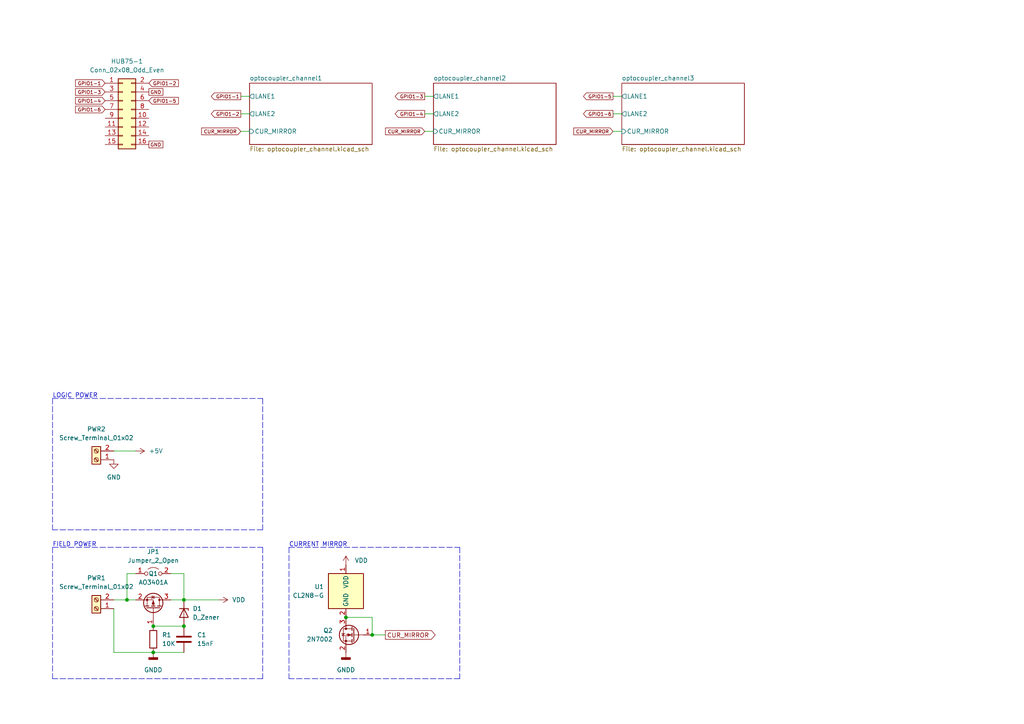
<source format=kicad_sch>
(kicad_sch (version 20211123) (generator eeschema)
  (paper "A4")
  (lib_symbols
    (symbol "Connector:Screw_Terminal_01x02" (pin_names (offset 1.016) hide)
      (property "Reference" "J" (at 0 2.54 0))
      (property "Value" "Screw_Terminal_01x02" (at 0 -5.08 0))
      (symbol "Screw_Terminal_01x02_1_1"
        (rectangle (start -1.27 1.27) (end 1.27 -3.81) (stroke (width 0.254)) (fill (type background)))
        (circle (center 0 -2.54) (radius 0.635) (stroke (width 0.1524)))
        (polyline (pts (xy -0.5334 -2.2098) (xy 0.3302 -3.048)) (stroke (width 0.1524)))
        (polyline (pts (xy -0.5334 0.3302) (xy 0.3302 -0.508)) (stroke (width 0.1524)))
        (polyline (pts (xy -0.3556 -2.032) (xy 0.508 -2.8702)) (stroke (width 0.1524)))
        (polyline (pts (xy -0.3556 0.508) (xy 0.508 -0.3302)) (stroke (width 0.1524)))
        (circle (center 0 0) (radius 0.635) (stroke (width 0.1524)))
        (pin passive line (at -5.08 0 0) (length 3.81) (name "Pin_1") (number "1"))
        (pin passive line (at -5.08 -2.54 0) (length 3.81) (name "Pin_2") (number "2"))
      )
    )
    (symbol "Connector_Generic:Conn_02x08_Odd_Even" (pin_names (offset 1.016) hide)
      (property "Reference" "J" (at 1.27 10.16 0))
      (property "Value" "Conn_02x08_Odd_Even" (at 1.27 -12.7 0))
      (symbol "Conn_02x08_Odd_Even_1_1"
        (rectangle (start -1.27 -10.033) (end 0 -10.287) (stroke (width 0.1524)))
        (rectangle (start -1.27 -7.493) (end 0 -7.747) (stroke (width 0.1524)))
        (rectangle (start -1.27 -4.953) (end 0 -5.207) (stroke (width 0.1524)))
        (rectangle (start -1.27 -2.413) (end 0 -2.667) (stroke (width 0.1524)))
        (rectangle (start -1.27 0.127) (end 0 -0.127) (stroke (width 0.1524)))
        (rectangle (start -1.27 2.667) (end 0 2.413) (stroke (width 0.1524)))
        (rectangle (start -1.27 5.207) (end 0 4.953) (stroke (width 0.1524)))
        (rectangle (start -1.27 7.747) (end 0 7.493) (stroke (width 0.1524)))
        (rectangle (start -1.27 8.89) (end 3.81 -11.43) (stroke (width 0.254)) (fill (type background)))
        (rectangle (start 3.81 -10.033) (end 2.54 -10.287) (stroke (width 0.1524)))
        (rectangle (start 3.81 -7.493) (end 2.54 -7.747) (stroke (width 0.1524)))
        (rectangle (start 3.81 -4.953) (end 2.54 -5.207) (stroke (width 0.1524)))
        (rectangle (start 3.81 -2.413) (end 2.54 -2.667) (stroke (width 0.1524)))
        (rectangle (start 3.81 0.127) (end 2.54 -0.127) (stroke (width 0.1524)))
        (rectangle (start 3.81 2.667) (end 2.54 2.413) (stroke (width 0.1524)))
        (rectangle (start 3.81 5.207) (end 2.54 4.953) (stroke (width 0.1524)))
        (rectangle (start 3.81 7.747) (end 2.54 7.493) (stroke (width 0.1524)))
        (pin passive line (at -5.08 7.62 0) (length 3.81) (name "Pin_1") (number "1"))
        (pin passive line (at 7.62 -2.54 180) (length 3.81) (name "Pin_10") (number "10"))
        (pin passive line (at -5.08 -5.08 0) (length 3.81) (name "Pin_11") (number "11"))
        (pin passive line (at 7.62 -5.08 180) (length 3.81) (name "Pin_12") (number "12"))
        (pin passive line (at -5.08 -7.62 0) (length 3.81) (name "Pin_13") (number "13"))
        (pin passive line (at 7.62 -7.62 180) (length 3.81) (name "Pin_14") (number "14"))
        (pin passive line (at -5.08 -10.16 0) (length 3.81) (name "Pin_15") (number "15"))
        (pin passive line (at 7.62 -10.16 180) (length 3.81) (name "Pin_16") (number "16"))
        (pin passive line (at 7.62 7.62 180) (length 3.81) (name "Pin_2") (number "2"))
        (pin passive line (at -5.08 5.08 0) (length 3.81) (name "Pin_3") (number "3"))
        (pin passive line (at 7.62 5.08 180) (length 3.81) (name "Pin_4") (number "4"))
        (pin passive line (at -5.08 2.54 0) (length 3.81) (name "Pin_5") (number "5"))
        (pin passive line (at 7.62 2.54 180) (length 3.81) (name "Pin_6") (number "6"))
        (pin passive line (at -5.08 0 0) (length 3.81) (name "Pin_7") (number "7"))
        (pin passive line (at 7.62 0 180) (length 3.81) (name "Pin_8") (number "8"))
        (pin passive line (at -5.08 -2.54 0) (length 3.81) (name "Pin_9") (number "9"))
      )
    )
    (symbol "Device:C" (pin_numbers hide) (pin_names (offset 0.254))
      (property "Reference" "C" (at 0.635 2.54 0))
      (property "Value" "C" (at 0.635 -2.54 0))
      (symbol "C_0_1"
        (polyline (pts (xy -2.032 -0.762) (xy 2.032 -0.762)) (stroke (width 0.508)))
        (polyline (pts (xy -2.032 0.762) (xy 2.032 0.762)) (stroke (width 0.508)))
      )
      (symbol "C_1_1"
        (pin passive line (at 0 3.81 270) (length 2.794) (name "~") (number "1"))
        (pin passive line (at 0 -3.81 90) (length 2.794) (name "~") (number "2"))
      )
    )
    (symbol "Device:D_Zener" (pin_numbers hide) (pin_names (offset 1.016) hide)
      (property "Reference" "D" (at 0 2.54 0))
      (property "Value" "D_Zener" (at 0 -2.54 0))
      (symbol "D_Zener_0_1"
        (polyline (pts (xy 1.27 0) (xy -1.27 0)))
        (polyline (pts (xy -1.27 -1.27) (xy -1.27 1.27) (xy -0.762 1.27)) (stroke (width 0.254)))
        (polyline (pts (xy 1.27 -1.27) (xy 1.27 1.27) (xy -1.27 0) (xy 1.27 -1.27)) (stroke (width 0.254)))
      )
      (symbol "D_Zener_1_1"
        (pin passive line (at -3.81 0 0) (length 2.54) (name "K") (number "1"))
        (pin passive line (at 3.81 0 180) (length 2.54) (name "A") (number "2"))
      )
    )
    (symbol "Device:R" (pin_numbers hide) (pin_names (offset 0))
      (property "Reference" "R" (at 2.032 0 90))
      (property "Value" "R" (at 0 0 90))
      (symbol "R_0_1"
        (rectangle (start -1.016 -2.54) (end 1.016 2.54) (stroke (width 0.254)))
      )
      (symbol "R_1_1"
        (pin passive line (at 0 3.81 270) (length 1.27) (name "~") (number "1"))
        (pin passive line (at 0 -3.81 90) (length 1.27) (name "~") (number "2"))
      )
    )
    (symbol "Driver_LED:HV9921N8-G"
      (property "Reference" "U2" (at -6.35 1.2701 0))
      (property "Value" "HV9921N8-G" (at -6.35 -1.2699 0))
      (symbol "HV9921N8-G_0_1"
        (rectangle (start -5.08 5.08) (end 5.08 -5.08) (stroke (width 0.254)) (fill (type background)))
      )
      (symbol "HV9921N8-G_1_1"
        (pin output line (at 0 7.62 270) (length 2.54) (name "VDD") (number "1"))
        (pin power_in line (at 0 -7.62 90) (length 2.54) (name "GND") (number "2"))
      )
    )
    (symbol "Jumper:Jumper_2_Open" (pin_names (offset 0) hide)
      (property "Reference" "JP" (at 0 2.794 0))
      (property "Value" "Jumper_2_Open" (at 0 -2.286 0))
      (symbol "Jumper_2_Open_0_0"
        (circle (center -2.032 0) (radius 0.508))
        (circle (center 2.032 0) (radius 0.508))
      )
      (symbol "Jumper_2_Open_0_1"
        (arc (start 1.524 1.27) (mid 0 1.778) (end -1.524 1.27))
      )
      (symbol "Jumper_2_Open_1_1"
        (pin passive line (at -5.08 0 0) (length 2.54) (name "A") (number "1"))
        (pin passive line (at 5.08 0 180) (length 2.54) (name "B") (number "2"))
      )
    )
    (symbol "Transistor_FET:2N7002" (pin_names hide)
      (property "Reference" "Q" (at 5.08 1.905 0))
      (property "Value" "2N7002" (at 5.08 0 0))
      (symbol "2N7002_0_1"
        (polyline (pts (xy 0.254 0) (xy -2.54 0)))
        (polyline (pts (xy 0.254 1.905) (xy 0.254 -1.905)) (stroke (width 0.254)))
        (polyline (pts (xy 0.762 -1.27) (xy 0.762 -2.286)) (stroke (width 0.254)))
        (polyline (pts (xy 0.762 0.508) (xy 0.762 -0.508)) (stroke (width 0.254)))
        (polyline (pts (xy 0.762 2.286) (xy 0.762 1.27)) (stroke (width 0.254)))
        (polyline (pts (xy 2.54 2.54) (xy 2.54 1.778)))
        (polyline (pts (xy 2.54 -2.54) (xy 2.54 0) (xy 0.762 0)))
        (polyline (pts (xy 0.762 -1.778) (xy 3.302 -1.778) (xy 3.302 1.778) (xy 0.762 1.778)))
        (polyline (pts (xy 1.016 0) (xy 2.032 0.381) (xy 2.032 -0.381) (xy 1.016 0)) (fill (type outline)))
        (polyline (pts (xy 2.794 0.508) (xy 2.921 0.381) (xy 3.683 0.381) (xy 3.81 0.254)))
        (polyline (pts (xy 3.302 0.381) (xy 2.921 -0.254) (xy 3.683 -0.254) (xy 3.302 0.381)))
        (circle (center 1.651 0) (radius 2.794) (stroke (width 0.254)))
        (circle (center 2.54 -1.778) (radius 0.254) (fill (type outline)))
        (circle (center 2.54 1.778) (radius 0.254) (fill (type outline)))
      )
      (symbol "2N7002_1_1"
        (pin input line (at -5.08 0 0) (length 2.54) (name "G") (number "1"))
        (pin passive line (at 2.54 -5.08 90) (length 2.54) (name "S") (number "2"))
        (pin passive line (at 2.54 5.08 270) (length 2.54) (name "D") (number "3"))
      )
    )
    (symbol "Transistor_FET:AO3401A" (pin_names hide)
      (property "Reference" "Q" (at 5.08 1.905 0))
      (property "Value" "AO3401A" (at 5.08 0 0))
      (symbol "AO3401A_0_1"
        (polyline (pts (xy 0.254 0) (xy -2.54 0)))
        (polyline (pts (xy 0.254 1.905) (xy 0.254 -1.905)) (stroke (width 0.254)))
        (polyline (pts (xy 0.762 -1.27) (xy 0.762 -2.286)) (stroke (width 0.254)))
        (polyline (pts (xy 0.762 0.508) (xy 0.762 -0.508)) (stroke (width 0.254)))
        (polyline (pts (xy 0.762 2.286) (xy 0.762 1.27)) (stroke (width 0.254)))
        (polyline (pts (xy 2.54 2.54) (xy 2.54 1.778)))
        (polyline (pts (xy 2.54 -2.54) (xy 2.54 0) (xy 0.762 0)))
        (polyline (pts (xy 0.762 1.778) (xy 3.302 1.778) (xy 3.302 -1.778) (xy 0.762 -1.778)))
        (polyline (pts (xy 2.286 0) (xy 1.27 0.381) (xy 1.27 -0.381) (xy 2.286 0)) (fill (type outline)))
        (polyline (pts (xy 2.794 -0.508) (xy 2.921 -0.381) (xy 3.683 -0.381) (xy 3.81 -0.254)))
        (polyline (pts (xy 3.302 -0.381) (xy 2.921 0.254) (xy 3.683 0.254) (xy 3.302 -0.381)))
        (circle (center 1.651 0) (radius 2.794) (stroke (width 0.254)))
        (circle (center 2.54 -1.778) (radius 0.254) (fill (type outline)))
        (circle (center 2.54 1.778) (radius 0.254) (fill (type outline)))
      )
      (symbol "AO3401A_1_1"
        (pin input line (at -5.08 0 0) (length 2.54) (name "G") (number "1"))
        (pin passive line (at 2.54 -5.08 90) (length 2.54) (name "S") (number "2"))
        (pin passive line (at 2.54 5.08 270) (length 2.54) (name "D") (number "3"))
      )
    )
    (symbol "power:+5V" (power) (pin_names (offset 0))
      (property "Value" "+5V" (at 0 3.556 0))
      (symbol "+5V_0_1"
        (polyline (pts (xy -0.762 1.27) (xy 0 2.54)))
        (polyline (pts (xy 0 0) (xy 0 2.54)))
        (polyline (pts (xy 0 2.54) (xy 0.762 1.27)))
      )
      (symbol "+5V_1_1"
        (pin power_in line (at 0 0 90) (length 0) hide (name "+5V") (number "1"))
      )
    )
    (symbol "power:GND" (power) (pin_names (offset 0))
      (property "Value" "GND" (at 0 -3.81 0))
      (symbol "GND_0_1"
        (polyline (pts (xy 0 0) (xy 0 -1.27) (xy 1.27 -1.27) (xy 0 -2.54) (xy -1.27 -1.27) (xy 0 -1.27)))
      )
      (symbol "GND_1_1"
        (pin power_in line (at 0 0 270) (length 0) hide (name "GND") (number "1"))
      )
    )
    (symbol "power:GNDD" (power) (pin_names (offset 0))
      (property "Value" "GNDD" (at 0 -3.175 0))
      (symbol "GNDD_0_1"
        (rectangle (start -1.27 -1.524) (end 1.27 -2.032) (stroke (width 0.254)) (fill (type outline)))
        (polyline (pts (xy 0 0) (xy 0 -1.524)))
      )
      (symbol "GNDD_1_1"
        (pin power_in line (at 0 0 270) (length 0) hide (name "GNDD") (number "1"))
      )
    )
    (symbol "power:VDD" (power) (pin_names (offset 0))
      (property "Value" "VDD" (at 0 3.81 0))
      (symbol "VDD_0_1"
        (polyline (pts (xy -0.762 1.27) (xy 0 2.54)))
        (polyline (pts (xy 0 0) (xy 0 2.54)))
        (polyline (pts (xy 0 2.54) (xy 0.762 1.27)))
      )
      (symbol "VDD_1_1"
        (pin power_in line (at 0 0 90) (length 0) hide (name "VDD") (number "1"))
      )
    )
  )
  (junction (at 53.34 181.61))
  (junction (at 107.95 184.15))
  (junction (at 36.83 173.99))
  (junction (at 44.45 189.23))
  (junction (at 100.33 179.07))
  (junction (at 53.34 173.99))
  (junction (at 44.45 181.61))
  (wire (pts (xy 49.53 173.99) (xy 53.34 173.99)))
  (wire (pts (xy 53.34 173.99) (xy 63.5 173.99)))
  (polyline (pts (xy 15.24 115.57) (xy 76.2 115.57)))
  (wire (pts (xy 44.45 181.61) (xy 53.34 181.61)))
  (wire (pts (xy 33.02 130.81) (xy 39.37 130.81)))
  (wire (pts (xy 100.33 179.07) (xy 107.95 179.07)))
  (polyline (pts (xy 76.2 153.67) (xy 15.24 153.67)))
  (polyline (pts (xy 76.2 115.57) (xy 76.2 153.67)))
  (polyline (pts (xy 83.82 158.75) (xy 133.35 158.75)))
  (polyline (pts (xy 76.2 196.85) (xy 15.24 196.85)))
  (polyline (pts (xy 15.24 158.75) (xy 15.24 196.85)))
  (wire (pts (xy 69.85 27.94) (xy 72.39 27.94)))
  (polyline (pts (xy 76.2 158.75) (xy 76.2 196.85)))
  (wire (pts (xy 53.34 166.37) (xy 53.34 173.99)))
  (polyline (pts (xy 83.82 158.75) (xy 83.82 196.85)))
  (wire (pts (xy 33.02 176.53) (xy 33.02 189.23)))
  (wire (pts (xy 123.19 33.02) (xy 125.73 33.02)))
  (wire (pts (xy 49.53 166.37) (xy 53.34 166.37)))
  (polyline (pts (xy 133.35 158.75) (xy 133.35 196.85)))
  (wire (pts (xy 107.95 184.15) (xy 111.76 184.15)))
  (wire (pts (xy 177.8 27.94) (xy 180.34 27.94)))
  (wire (pts (xy 33.02 189.23) (xy 44.45 189.23)))
  (wire (pts (xy 123.19 38.1) (xy 125.73 38.1)))
  (wire (pts (xy 39.37 166.37) (xy 36.83 166.37)))
  (wire (pts (xy 177.8 33.02) (xy 180.34 33.02)))
  (wire (pts (xy 69.85 33.02) (xy 72.39 33.02)))
  (polyline (pts (xy 133.35 196.85) (xy 83.82 196.85)))
  (polyline (pts (xy 15.24 115.57) (xy 15.24 153.67)))
  (wire (pts (xy 123.19 27.94) (xy 125.73 27.94)))
  (wire (pts (xy 69.85 38.1) (xy 72.39 38.1)))
  (wire (pts (xy 36.83 173.99) (xy 39.37 173.99)))
  (wire (pts (xy 44.45 189.23) (xy 53.34 189.23)))
  (wire (pts (xy 33.02 173.99) (xy 36.83 173.99)))
  (wire (pts (xy 177.8 38.1) (xy 180.34 38.1)))
  (wire (pts (xy 36.83 166.37) (xy 36.83 173.99)))
  (polyline (pts (xy 15.24 158.75) (xy 76.2 158.75)))
  (wire (pts (xy 107.95 179.07) (xy 107.95 184.15)))
  (text "FIELD POWER" (at 15.24 158.75 0) (effects (font (size 1.27 1.27)) (justify left bottom)))
  (text "LOGIC POWER" (at 15.24 115.57 0) (effects (font (size 1.27 1.27)) (justify left bottom)))
  (text "CURRENT MIRROR" (at 83.82 158.75 0) (effects (font (size 1.27 1.27)) (justify left bottom)))
  (global_label "GPIO1-1" (shape input) (at 30.48 24.13 180) (effects (font (size 1 1))) (property "Intersheet References" "${INTERSHEET_REFS}" (effects hide)))
  (global_label "GPIO1-4" (shape output) (at 123.19 33.02 180) (effects (font (size 1 1))) (property "Intersheet References" "${INTERSHEET_REFS}" (effects hide)))
  (global_label "GPIO1-6" (shape input) (at 30.48 31.75 180) (effects (font (size 1 1))) (property "Intersheet References" "${INTERSHEET_REFS}" (effects hide)))
  (global_label "GND" (shape passive) (at 43.18 26.67 0) (effects (font (size 1 1))) (property "Intersheet References" "${INTERSHEET_REFS}" (effects hide)))
  (global_label "CUR_MIRROR" (shape input) (at 123.19 38.1 180) (effects (font (size 1 1))) (property "Intersheet References" "${INTERSHEET_REFS}" (effects hide)))
  (global_label "GND" (shape passive) (at 43.18 41.91 0) (effects (font (size 1 1))) (property "Intersheet References" "${INTERSHEET_REFS}" (effects hide)))
  (global_label "GPIO1-1" (shape output) (at 69.85 27.94 180) (effects (font (size 1 1))) (property "Intersheet References" "${INTERSHEET_REFS}" (effects hide)))
  (global_label "GPIO1-2" (shape input) (at 43.18 24.13 0) (effects (font (size 1 1))) (property "Intersheet References" "${INTERSHEET_REFS}" (effects hide)))
  (global_label "GPIO1-5" (shape input) (at 43.18 29.21 0) (effects (font (size 1 1))) (property "Intersheet References" "${INTERSHEET_REFS}" (effects hide)))
  (global_label "GPIO1-3" (shape input) (at 30.48 26.67 180) (effects (font (size 1 1))) (property "Intersheet References" "${INTERSHEET_REFS}" (effects hide)))
  (global_label "CUR_MIRROR" (shape input) (at 69.85 38.1 180) (effects (font (size 1 1))) (property "Intersheet References" "${INTERSHEET_REFS}" (effects hide)))
  (global_label "CUR_MIRROR" (shape output) (at 111.76 184.15 0) (property "Intersheet References" "${INTERSHEET_REFS}" (effects hide)))
  (global_label "CUR_MIRROR" (shape input) (at 177.8 38.1 180) (effects (font (size 1 1))) (property "Intersheet References" "${INTERSHEET_REFS}" (effects hide)))
  (global_label "GPIO1-6" (shape output) (at 177.8 33.02 180) (effects (font (size 1 1))) (property "Intersheet References" "${INTERSHEET_REFS}" (effects hide)))
  (global_label "GPIO1-3" (shape output) (at 123.19 27.94 180) (effects (font (size 1 1))) (property "Intersheet References" "${INTERSHEET_REFS}" (effects hide)))
  (global_label "GPIO1-5" (shape output) (at 177.8 27.94 180) (effects (font (size 1 1))) (property "Intersheet References" "${INTERSHEET_REFS}" (effects hide)))
  (global_label "GPIO1-4" (shape input) (at 30.48 29.21 180) (effects (font (size 1 1))) (property "Intersheet References" "${INTERSHEET_REFS}" (effects hide)))
  (global_label "GPIO1-2" (shape output) (at 69.85 33.02 180) (effects (font (size 1 1))) (property "Intersheet References" "${INTERSHEET_REFS}" (effects hide)))
  (symbol (lib_id "Device:R") (at 44.45 185.42 0) (unit 1)
    (property "Reference" "R1" (at 46.99 184.1499 0) (effects (justify left)))
    (property "Value" "10K" (at 46.99 186.6899 0) (effects (justify left)))
    (property "Footprint" "Resistor_SMD:R_1206_3216Metric_Pad1.30x1.75mm_HandSolder" (effects hide))
  )
  (symbol (lib_id "Jumper:Jumper_2_Open") (at 44.45 166.37 0) (unit 1)
    (property "Reference" "JP1" (at 44.45 160.02 0))
    (property "Value" "Jumper_2_Open" (at 44.45 162.56 0))
    (property "Footprint" "Jumper:SolderJumper-2_P1.3mm_Open_TrianglePad1.0x1.5mm" (effects hide))
  )
  (symbol (lib_id "power:GND") (at 33.02 133.35 0) (unit 1)
    (property "Reference" "#PWR0113" (effects hide))
    (property "Value" "GND" (at 33.02 138.43 0))
  )
  (symbol (lib_id "Driver_LED:HV9921N8-G") (at 100.33 171.45 0) (unit 1)
    (property "Reference" "U1" (at 93.98 170.1799 0) (effects (justify right)))
    (property "Value" "CL2N8-G" (at 93.98 172.7199 0) (effects (justify right)))
    (property "Footprint" "Package_TO_SOT_SMD:SOT-89-3" (effects hide))
    (property "Datasheet" "https://cdn-reichelt.de/documents/datenblatt/A200/CL2_DS.pdf" (effects hide))
  )
  (symbol (lib_id "Device:D_Zener") (at 53.34 177.8 270) (unit 1)
    (property "Reference" "D1" (at 55.88 176.5299 90) (effects (justify left)))
    (property "Value" "D_Zener" (at 55.88 179.0699 90) (effects (justify left)))
    (property "Footprint" "Diode_SMD:D_SOT-23_ANK" (effects hide))
  )
  (symbol (lib_id "power:VDD") (at 100.33 163.83 0) (unit 1)
    (property "Reference" "#PWR01" (effects hide))
    (property "Value" "VDD" (at 102.87 162.5599 0) (effects (justify left)))
  )
  (symbol (lib_id "power:+5V") (at 39.37 130.81 270) (unit 1)
    (property "Reference" "#PWR0114" (effects hide))
    (property "Value" "+5V" (at 43.18 130.8099 90) (effects (justify left)))
  )
  (symbol (lib_id "power:GNDD") (at 44.45 189.23 0) (unit 1)
    (property "Reference" "#PWR03" (effects hide))
    (property "Value" "GNDD" (at 44.45 194.31 0))
  )
  (symbol (lib_id "Connector:Screw_Terminal_01x02") (at 27.94 176.53 180) (unit 1)
    (property "Reference" "PWR1" (at 27.94 167.64 0))
    (property "Value" "Screw_Terminal_01x02" (at 27.94 170.18 0))
    (property "Footprint" "TerminalBlock_Phoenix:TerminalBlock_Phoenix_PT-1,5-2-3.5-H_1x02_P3.50mm_Horizontal" (effects hide))
  )
  (symbol (lib_id "Connector:Screw_Terminal_01x02") (at 27.94 133.35 180) (unit 1)
    (property "Reference" "PWR2" (at 27.94 124.46 0))
    (property "Value" "Screw_Terminal_01x02" (at 27.94 127 0))
    (property "Footprint" "TerminalBlock_Phoenix:TerminalBlock_Phoenix_PT-1,5-2-3.5-H_1x02_P3.50mm_Horizontal" (effects hide))
  )
  (symbol (lib_id "power:VDD") (at 63.5 173.99 270) (unit 1)
    (property "Reference" "#PWR02" (effects hide))
    (property "Value" "VDD" (at 67.31 173.9899 90) (effects (justify left)))
  )
  (symbol (lib_id "Transistor_FET:2N7002") (at 102.87 184.15 0) (mirror y) (unit 1)
    (property "Reference" "Q2" (at 96.52 182.8799 0) (effects (justify left)))
    (property "Value" "2N7002" (at 96.52 185.4199 0) (effects (justify left)))
    (property "Footprint" "Package_TO_SOT_SMD:SOT-23" (effects hide))
    (property "Datasheet" "https://www.onsemi.com/pub/Collateral/NDS7002A-D.PDF" (effects hide))
  )
  (symbol (lib_id "Device:C") (at 53.34 185.42 0) (unit 1)
    (property "Reference" "C1" (at 57.15 184.1499 0) (effects (justify left)))
    (property "Value" "15nF" (at 57.15 186.6899 0) (effects (justify left)))
    (property "Footprint" "Capacitor_SMD:C_1206_3216Metric_Pad1.33x1.80mm_HandSolder" (effects hide))
  )
  (symbol (lib_id "Connector_Generic:Conn_02x08_Odd_Even") (at 35.56 31.75 0) (unit 1)
    (property "Reference" "HUB75-1" (at 36.83 17.78 0))
    (property "Value" "Conn_02x08_Odd_Even" (at 36.83 20.32 0))
    (property "Footprint" "Connector_IDC:IDC-Header_2x08_P2.54mm_Vertical" (effects hide))
  )
  (symbol (lib_id "power:GNDD") (at 100.33 189.23 0) (unit 1)
    (property "Reference" "#PWR04" (effects hide))
    (property "Value" "GNDD" (at 100.33 194.31 0))
  )
  (symbol (lib_id "Transistor_FET:AO3401A") (at 44.45 176.53 270) (mirror x) (unit 1)
    (property "Reference" "Q1" (at 44.45 166.37 90))
    (property "Value" "AO3401A" (at 44.45 168.91 90))
    (property "Footprint" "Package_TO_SOT_SMD:SOT-23" (effects hide))
    (property "Datasheet" "http://www.aosmd.com/pdfs/datasheet/AO3401A.pdf" (effects hide))
  )
  (sheet (at 125.73 24.13) (size 35.56 17.78) (stroke (width 0.1524))
    (property "Sheet name" "optocoupler_channel2" (at 125.73 23.4184 0) (effects (justify left bottom)))
    (property "Sheet file" "optocoupler_channel.kicad_sch" (at 125.73 42.4946 0) (effects (justify left top)))
    (pin "CUR_MIRROR" input (at 125.73 38.1 180))
    (pin "LANE1" output (at 125.73 27.94 180))
    (pin "LANE2" output (at 125.73 33.02 180))
  )
  (sheet (at 72.39 24.13) (size 35.56 17.78) (stroke (width 0.1524))
    (property "Sheet name" "optocoupler_channel1" (at 72.39 23.4184 0) (effects (justify left bottom)))
    (property "Sheet file" "optocoupler_channel.kicad_sch" (at 72.39 42.4946 0) (effects (justify left top)))
    (pin "CUR_MIRROR" input (at 72.39 38.1 180))
    (pin "LANE1" output (at 72.39 27.94 180))
    (pin "LANE2" output (at 72.39 33.02 180))
  )
  (sheet (at 180.34 24.13) (size 35.56 17.78) (stroke (width 0.1524))
    (property "Sheet name" "optocoupler_channel3" (at 180.34 23.4184 0) (effects (justify left bottom)))
    (property "Sheet file" "optocoupler_channel.kicad_sch" (at 180.34 42.4946 0) (effects (justify left top)))
    (pin "CUR_MIRROR" input (at 180.34 38.1 180))
    (pin "LANE1" output (at 180.34 27.94 180))
    (pin "LANE2" output (at 180.34 33.02 180))
  )
)
</source>
